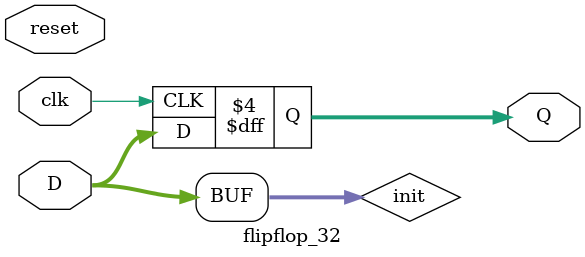
<source format=v>
module flipflop_32(Q, D, clk, reset);

  input [31:0]D;
  input clk, reset;
  output reg [31:0]Q;

  reg [31:0] init;

  initial
  begin
    init = 0;
  end

  always @(posedge clk)
  begin
     #5 Q = init;
  end

  always @(D)
  begin
    #5 init = D;
  end

endmodule
</source>
